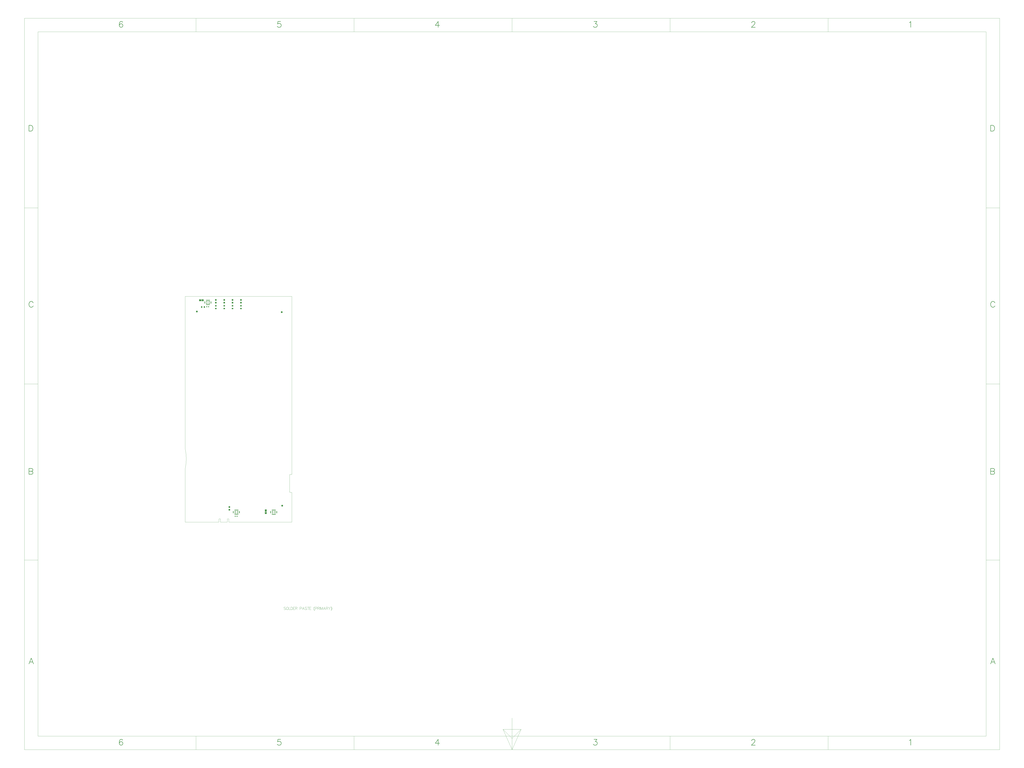
<source format=gtp>
G04*
G04 #@! TF.GenerationSoftware,Altium Limited,Altium Designer,20.2.6 (244)*
G04*
G04 Layer_Color=8421504*
%FSLAX43Y43*%
%MOMM*%
G71*
G04*
G04 #@! TF.SameCoordinates,3E902E38-8288-4ECE-AB23-8A7451E8E44E*
G04*
G04*
G04 #@! TF.FilePolarity,Positive*
G04*
G01*
G75*
%ADD10C,0.102*%
%ADD11C,0.025*%
%ADD12C,0.254*%
%ADD13R,0.950X0.400*%
%ADD14R,0.350X1.300*%
%ADD15R,2.300X0.350*%
%ADD16R,0.813X0.889*%
%ADD17C,0.152*%
%ADD18R,0.559X0.559*%
%ADD19R,0.787X0.813*%
%ADD20R,0.813X0.787*%
%ADD21C,1.016*%
G36*
X45847Y6191D02*
X45339Y5683D01*
X44831Y6191D01*
Y7112D01*
X45847D01*
Y6191D01*
D02*
G37*
G36*
Y4572D02*
X44831D01*
Y5933D01*
X45337Y5427D01*
X45479Y5569D01*
X45847Y5937D01*
Y4572D01*
D02*
G37*
G36*
X10414Y124333D02*
X9053D01*
X9559Y124839D01*
X9417Y124981D01*
X9049Y125349D01*
X10414D01*
Y124333D01*
D02*
G37*
G36*
X9303Y124841D02*
X8795Y124333D01*
X7874D01*
Y125349D01*
X8795D01*
X9303Y124841D01*
D02*
G37*
D10*
X56515Y-47970D02*
X56370Y-47825D01*
X56152Y-47752D01*
X55862D01*
X55644Y-47825D01*
X55499Y-47970D01*
Y-48115D01*
X55572Y-48260D01*
X55644Y-48333D01*
X55789Y-48405D01*
X56225Y-48550D01*
X56370Y-48623D01*
X56442Y-48696D01*
X56515Y-48841D01*
Y-49058D01*
X56370Y-49203D01*
X56152Y-49276D01*
X55862D01*
X55644Y-49203D01*
X55499Y-49058D01*
X57291Y-47752D02*
X57146Y-47825D01*
X57001Y-47970D01*
X56928Y-48115D01*
X56856Y-48333D01*
Y-48696D01*
X56928Y-48913D01*
X57001Y-49058D01*
X57146Y-49203D01*
X57291Y-49276D01*
X57581D01*
X57726Y-49203D01*
X57872Y-49058D01*
X57944Y-48913D01*
X58017Y-48696D01*
Y-48333D01*
X57944Y-48115D01*
X57872Y-47970D01*
X57726Y-47825D01*
X57581Y-47752D01*
X57291D01*
X58372D02*
Y-49276D01*
X59243D01*
X59410Y-47752D02*
Y-49276D01*
Y-47752D02*
X59918D01*
X60135Y-47825D01*
X60280Y-47970D01*
X60353Y-48115D01*
X60426Y-48333D01*
Y-48696D01*
X60353Y-48913D01*
X60280Y-49058D01*
X60135Y-49203D01*
X59918Y-49276D01*
X59410D01*
X61710Y-47752D02*
X60767D01*
Y-49276D01*
X61710D01*
X60767Y-48478D02*
X61347D01*
X61964Y-47752D02*
Y-49276D01*
Y-47752D02*
X62617D01*
X62834Y-47825D01*
X62907Y-47897D01*
X62980Y-48043D01*
Y-48188D01*
X62907Y-48333D01*
X62834Y-48405D01*
X62617Y-48478D01*
X61964D01*
X62472D02*
X62980Y-49276D01*
X64518Y-48550D02*
X65171D01*
X65388Y-48478D01*
X65461Y-48405D01*
X65533Y-48260D01*
Y-48043D01*
X65461Y-47897D01*
X65388Y-47825D01*
X65171Y-47752D01*
X64518D01*
Y-49276D01*
X67035D02*
X66455Y-47752D01*
X65874Y-49276D01*
X66092Y-48768D02*
X66818D01*
X68407Y-47970D02*
X68262Y-47825D01*
X68044Y-47752D01*
X67754D01*
X67536Y-47825D01*
X67391Y-47970D01*
Y-48115D01*
X67463Y-48260D01*
X67536Y-48333D01*
X67681Y-48405D01*
X68116Y-48550D01*
X68262Y-48623D01*
X68334Y-48696D01*
X68407Y-48841D01*
Y-49058D01*
X68262Y-49203D01*
X68044Y-49276D01*
X67754D01*
X67536Y-49203D01*
X67391Y-49058D01*
X69256Y-47752D02*
Y-49276D01*
X68748Y-47752D02*
X69763D01*
X70888D02*
X69945D01*
Y-49276D01*
X70888D01*
X69945Y-48478D02*
X70525D01*
X72847Y-47462D02*
X72702Y-47607D01*
X72557Y-47825D01*
X72412Y-48115D01*
X72339Y-48478D01*
Y-48768D01*
X72412Y-49131D01*
X72557Y-49421D01*
X72702Y-49639D01*
X72847Y-49784D01*
X72702Y-47607D02*
X72557Y-47897D01*
X72484Y-48115D01*
X72412Y-48478D01*
Y-48768D01*
X72484Y-49131D01*
X72557Y-49349D01*
X72702Y-49639D01*
X73137Y-48550D02*
X73790D01*
X74008Y-48478D01*
X74081Y-48405D01*
X74153Y-48260D01*
Y-48043D01*
X74081Y-47897D01*
X74008Y-47825D01*
X73790Y-47752D01*
X73137D01*
Y-49276D01*
X74494Y-47752D02*
Y-49276D01*
Y-47752D02*
X75147D01*
X75365Y-47825D01*
X75437Y-47897D01*
X75510Y-48043D01*
Y-48188D01*
X75437Y-48333D01*
X75365Y-48405D01*
X75147Y-48478D01*
X74494D01*
X75002D02*
X75510Y-49276D01*
X75851Y-47752D02*
Y-49276D01*
X76170Y-47752D02*
Y-49276D01*
Y-47752D02*
X76751Y-49276D01*
X77331Y-47752D02*
X76751Y-49276D01*
X77331Y-47752D02*
Y-49276D01*
X78927D02*
X78347Y-47752D01*
X77766Y-49276D01*
X77984Y-48768D02*
X78710D01*
X79283Y-47752D02*
Y-49276D01*
Y-47752D02*
X79936D01*
X80153Y-47825D01*
X80226Y-47897D01*
X80299Y-48043D01*
Y-48188D01*
X80226Y-48333D01*
X80153Y-48405D01*
X79936Y-48478D01*
X79283D01*
X79791D02*
X80299Y-49276D01*
X80640Y-47752D02*
X81220Y-48478D01*
Y-49276D01*
X81801Y-47752D02*
X81220Y-48478D01*
X81996Y-47462D02*
X82142Y-47607D01*
X82287Y-47825D01*
X82432Y-48115D01*
X82504Y-48478D01*
Y-48768D01*
X82432Y-49131D01*
X82287Y-49421D01*
X82142Y-49639D01*
X81996Y-49784D01*
X82142Y-47607D02*
X82287Y-47897D01*
X82359Y-48115D01*
X82432Y-48478D01*
Y-48768D01*
X82359Y-49131D01*
X82287Y-49349D01*
X82142Y-49639D01*
D11*
X59746Y26797D02*
G03*
X60000Y27051I0J254D01*
G01*
X0Y29845D02*
G03*
X0Y41402I-25591J5779D01*
G01*
X60000Y16510D02*
G03*
X59746Y16764I-254J0D01*
G01*
X58713Y17018D02*
G03*
X58967Y16764I254J0D01*
G01*
Y26797D02*
G03*
X58713Y26543I0J-254D01*
G01*
X-90424Y-128016D02*
Y283464D01*
X458216D01*
Y-128016D02*
Y283464D01*
X-90424Y-128016D02*
X458216D01*
X183896Y275844D02*
Y283464D01*
Y-128016D02*
X188976Y-116586D01*
X178816D02*
X188976D01*
X178816D02*
X183896Y-128016D01*
Y-110236D01*
Y-121666D02*
X188976Y-116586D01*
X178816D02*
X183896Y-121666D01*
X450596Y176784D02*
X458216D01*
X450596Y77724D02*
X458216D01*
X450596Y-21336D02*
X458216D01*
X361696Y-128016D02*
Y-120396D01*
X272796Y-128016D02*
Y-120396D01*
X183896Y-128016D02*
Y-120396D01*
X94996Y-128016D02*
Y-120396D01*
X6096Y-128016D02*
Y-120396D01*
X361696Y275844D02*
Y283464D01*
X272796Y275844D02*
Y283464D01*
X94996Y275844D02*
Y283464D01*
X6096Y275844D02*
Y283464D01*
X-90424Y176784D02*
X-82804D01*
X-90424Y77724D02*
X-82804D01*
X-90424Y-21336D02*
X-82804D01*
X326136Y-120396D02*
X450596D01*
Y123444D01*
X-82804Y275844D02*
X450596D01*
Y82804D02*
Y275844D01*
Y123444D02*
Y219964D01*
X-82804Y-120396D02*
X326136D01*
X-82804D02*
Y275844D01*
X-90424Y-21336D02*
X-82804D01*
X450596Y77724D02*
X458216D01*
X361696Y275844D02*
Y283464D01*
X-90424Y176784D02*
X-82804D01*
X6096Y-128016D02*
Y-120396D01*
X450596Y-21336D02*
X458216D01*
X326136Y-120396D02*
X450596D01*
Y123444D01*
X-90424Y-128016D02*
Y283464D01*
X458216D01*
Y-128016D02*
Y283464D01*
X-90424Y-128016D02*
X458216D01*
X272796D02*
Y-120396D01*
X-82804D02*
Y275844D01*
X183896Y-128016D02*
Y-120396D01*
Y-121666D02*
X188976Y-116586D01*
X178816D02*
X183896Y-121666D01*
Y-128016D02*
X188976Y-116586D01*
X178816D02*
X188976D01*
X178816D02*
X183896Y-128016D01*
Y-110236D01*
X361696Y-128016D02*
Y-120396D01*
X-90424Y77724D02*
X-82804D01*
X272796Y275844D02*
Y283464D01*
X450596Y176784D02*
X458216D01*
X94996Y275844D02*
Y283464D01*
X183896Y275844D02*
Y283464D01*
X450596Y123444D02*
Y219964D01*
X-82804Y275844D02*
X450596D01*
Y82804D02*
Y275844D01*
X6096D02*
Y283464D01*
X-82804Y-120396D02*
X326136D01*
X94996Y-128016D02*
Y-120396D01*
X0Y41402D02*
Y127000D01*
X60000D01*
Y27051D02*
Y127000D01*
Y27051D02*
Y127000D01*
X0D02*
X60000D01*
X0Y41402D02*
Y127000D01*
Y0D02*
Y29845D01*
Y0D02*
X18917D01*
Y1785D01*
X19017Y1885D01*
X19667D01*
X19767Y1785D01*
Y0D02*
Y1785D01*
Y0D02*
X23667D01*
Y1785D01*
X23767Y1885D01*
X24417D01*
X24517Y1785D01*
Y0D02*
Y1785D01*
Y0D02*
X60000D01*
Y16510D01*
X58967Y16764D02*
X59746D01*
X58713Y17018D02*
Y26543D01*
X58967Y26797D02*
X59746D01*
X58967D02*
X59746D01*
D12*
X453136Y223265D02*
Y219964D01*
Y223265D02*
X454236D01*
X454708Y223108D01*
X455022Y222794D01*
X455180Y222479D01*
X455337Y222008D01*
Y221222D01*
X455180Y220750D01*
X455022Y220436D01*
X454708Y220121D01*
X454236Y219964D01*
X453136D01*
X455494Y123419D02*
X455337Y123734D01*
X455022Y124048D01*
X454708Y124205D01*
X454079D01*
X453765Y124048D01*
X453450Y123734D01*
X453293Y123419D01*
X453136Y122948D01*
Y122162D01*
X453293Y121690D01*
X453450Y121376D01*
X453765Y121061D01*
X454079Y120904D01*
X454708D01*
X455022Y121061D01*
X455337Y121376D01*
X455494Y121690D01*
X453136Y30225D02*
Y26924D01*
Y30225D02*
X454551D01*
X455022Y30068D01*
X455180Y29911D01*
X455337Y29596D01*
Y29282D01*
X455180Y28968D01*
X455022Y28810D01*
X454551Y28653D01*
X453136D02*
X454551D01*
X455022Y28496D01*
X455180Y28339D01*
X455337Y28024D01*
Y27553D01*
X455180Y27238D01*
X455022Y27081D01*
X454551Y26924D01*
X453136D01*
X455651Y-79756D02*
X454394Y-76455D01*
X453136Y-79756D01*
X453608Y-78656D02*
X455180D01*
X407416Y-122804D02*
X407730Y-122646D01*
X408202Y-122175D01*
Y-125476D01*
X318673Y-122961D02*
Y-122804D01*
X318830Y-122489D01*
X318988Y-122332D01*
X319302Y-122175D01*
X319931D01*
X320245Y-122332D01*
X320402Y-122489D01*
X320560Y-122804D01*
Y-123118D01*
X320402Y-123432D01*
X320088Y-123904D01*
X318516Y-125476D01*
X320717D01*
X229930Y-122175D02*
X231660D01*
X230716Y-123432D01*
X231188D01*
X231502Y-123590D01*
X231660Y-123747D01*
X231817Y-124218D01*
Y-124533D01*
X231660Y-125004D01*
X231345Y-125319D01*
X230874Y-125476D01*
X230402D01*
X229930Y-125319D01*
X229773Y-125162D01*
X229616Y-124847D01*
X142288Y-122175D02*
X140716Y-124376D01*
X143074D01*
X142288Y-122175D02*
Y-125476D01*
X53702Y-122175D02*
X52130D01*
X51973Y-123590D01*
X52130Y-123432D01*
X52602Y-123275D01*
X53074D01*
X53545Y-123432D01*
X53860Y-123747D01*
X54017Y-124218D01*
Y-124533D01*
X53860Y-125004D01*
X53545Y-125319D01*
X53074Y-125476D01*
X52602D01*
X52130Y-125319D01*
X51973Y-125162D01*
X51816Y-124847D01*
X-35198Y-122646D02*
X-35355Y-122332D01*
X-35826Y-122175D01*
X-36141D01*
X-36612Y-122332D01*
X-36927Y-122804D01*
X-37084Y-123590D01*
Y-124376D01*
X-36927Y-125004D01*
X-36612Y-125319D01*
X-36141Y-125476D01*
X-35984D01*
X-35512Y-125319D01*
X-35198Y-125004D01*
X-35040Y-124533D01*
Y-124376D01*
X-35198Y-123904D01*
X-35512Y-123590D01*
X-35984Y-123432D01*
X-36141D01*
X-36612Y-123590D01*
X-36927Y-123904D01*
X-37084Y-124376D01*
X407416Y281056D02*
X407730Y281214D01*
X408202Y281685D01*
Y278384D01*
X318673Y280899D02*
Y281056D01*
X318830Y281371D01*
X318988Y281528D01*
X319302Y281685D01*
X319931D01*
X320245Y281528D01*
X320402Y281371D01*
X320560Y281056D01*
Y280742D01*
X320402Y280428D01*
X320088Y279956D01*
X318516Y278384D01*
X320717D01*
X229930Y281685D02*
X231660D01*
X230716Y280428D01*
X231188D01*
X231502Y280270D01*
X231660Y280113D01*
X231817Y279642D01*
Y279327D01*
X231660Y278856D01*
X231345Y278541D01*
X230874Y278384D01*
X230402D01*
X229930Y278541D01*
X229773Y278698D01*
X229616Y279013D01*
X142288Y281685D02*
X140716Y279484D01*
X143074D01*
X142288Y281685D02*
Y278384D01*
X53702Y281685D02*
X52130D01*
X51973Y280270D01*
X52130Y280428D01*
X52602Y280585D01*
X53074D01*
X53545Y280428D01*
X53860Y280113D01*
X54017Y279642D01*
Y279327D01*
X53860Y278856D01*
X53545Y278541D01*
X53074Y278384D01*
X52602D01*
X52130Y278541D01*
X51973Y278698D01*
X51816Y279013D01*
X-35198Y281214D02*
X-35355Y281528D01*
X-35826Y281685D01*
X-36141D01*
X-36612Y281528D01*
X-36927Y281056D01*
X-37084Y280270D01*
Y279484D01*
X-36927Y278856D01*
X-36612Y278541D01*
X-36141Y278384D01*
X-35984D01*
X-35512Y278541D01*
X-35198Y278856D01*
X-35040Y279327D01*
Y279484D01*
X-35198Y279956D01*
X-35512Y280270D01*
X-35984Y280428D01*
X-36141D01*
X-36612Y280270D01*
X-36927Y279956D01*
X-37084Y279484D01*
X-85369Y-79756D02*
X-86626Y-76455D01*
X-87884Y-79756D01*
X-87412Y-78656D02*
X-85840D01*
X-87884Y30225D02*
Y26924D01*
Y30225D02*
X-86469D01*
X-85998Y30068D01*
X-85840Y29911D01*
X-85683Y29596D01*
Y29282D01*
X-85840Y28968D01*
X-85998Y28810D01*
X-86469Y28653D01*
X-87884D02*
X-86469D01*
X-85998Y28496D01*
X-85840Y28339D01*
X-85683Y28024D01*
Y27553D01*
X-85840Y27238D01*
X-85998Y27081D01*
X-86469Y26924D01*
X-87884D01*
X-85526Y123419D02*
X-85683Y123734D01*
X-85998Y124048D01*
X-86312Y124205D01*
X-86941D01*
X-87255Y124048D01*
X-87570Y123734D01*
X-87727Y123419D01*
X-87884Y122948D01*
Y122162D01*
X-87727Y121690D01*
X-87570Y121376D01*
X-87255Y121061D01*
X-86941Y120904D01*
X-86312D01*
X-85998Y121061D01*
X-85683Y121376D01*
X-85526Y121690D01*
X-87884Y223265D02*
Y219964D01*
Y223265D02*
X-86784D01*
X-86312Y223108D01*
X-85998Y222794D01*
X-85840Y222479D01*
X-85683Y222008D01*
Y221222D01*
X-85840Y220750D01*
X-85998Y220436D01*
X-86312Y220121D01*
X-86784Y219964D01*
X-87884D01*
X-85369Y-79756D02*
X-86626Y-76455D01*
X-87884Y-79756D01*
X-87412Y-78656D02*
X-85840D01*
X453136Y223265D02*
Y219964D01*
Y223265D02*
X454236D01*
X454708Y223108D01*
X455022Y222794D01*
X455180Y222479D01*
X455337Y222008D01*
Y221222D01*
X455180Y220750D01*
X455022Y220436D01*
X454708Y220121D01*
X454236Y219964D01*
X453136D01*
X-85526Y123419D02*
X-85683Y123734D01*
X-85998Y124048D01*
X-86312Y124205D01*
X-86941D01*
X-87255Y124048D01*
X-87570Y123734D01*
X-87727Y123419D01*
X-87884Y122948D01*
Y122162D01*
X-87727Y121690D01*
X-87570Y121376D01*
X-87255Y121061D01*
X-86941Y120904D01*
X-86312D01*
X-85998Y121061D01*
X-85683Y121376D01*
X-85526Y121690D01*
X407416Y281056D02*
X407730Y281214D01*
X408202Y281685D01*
Y278384D01*
X53702Y-122175D02*
X52130D01*
X51973Y-123590D01*
X52130Y-123432D01*
X52602Y-123275D01*
X53074D01*
X53545Y-123432D01*
X53860Y-123747D01*
X54017Y-124218D01*
Y-124533D01*
X53860Y-125004D01*
X53545Y-125319D01*
X53074Y-125476D01*
X52602D01*
X52130Y-125319D01*
X51973Y-125162D01*
X51816Y-124847D01*
X455494Y123419D02*
X455337Y123734D01*
X455022Y124048D01*
X454708Y124205D01*
X454079D01*
X453765Y124048D01*
X453450Y123734D01*
X453293Y123419D01*
X453136Y122948D01*
Y122162D01*
X453293Y121690D01*
X453450Y121376D01*
X453765Y121061D01*
X454079Y120904D01*
X454708D01*
X455022Y121061D01*
X455337Y121376D01*
X455494Y121690D01*
X142288Y-122175D02*
X140716Y-124376D01*
X143074D01*
X142288Y-122175D02*
Y-125476D01*
X318673Y280899D02*
Y281056D01*
X318830Y281371D01*
X318988Y281528D01*
X319302Y281685D01*
X319931D01*
X320245Y281528D01*
X320402Y281371D01*
X320560Y281056D01*
Y280742D01*
X320402Y280428D01*
X320088Y279956D01*
X318516Y278384D01*
X320717D01*
X-35198Y281214D02*
X-35355Y281528D01*
X-35826Y281685D01*
X-36141D01*
X-36612Y281528D01*
X-36927Y281056D01*
X-37084Y280270D01*
Y279484D01*
X-36927Y278856D01*
X-36612Y278541D01*
X-36141Y278384D01*
X-35984D01*
X-35512Y278541D01*
X-35198Y278856D01*
X-35040Y279327D01*
Y279484D01*
X-35198Y279956D01*
X-35512Y280270D01*
X-35984Y280428D01*
X-36141D01*
X-36612Y280270D01*
X-36927Y279956D01*
X-37084Y279484D01*
X-87884Y223265D02*
Y219964D01*
Y223265D02*
X-86784D01*
X-86312Y223108D01*
X-85998Y222794D01*
X-85840Y222479D01*
X-85683Y222008D01*
Y221222D01*
X-85840Y220750D01*
X-85998Y220436D01*
X-86312Y220121D01*
X-86784Y219964D01*
X-87884D01*
X53702Y281685D02*
X52130D01*
X51973Y280270D01*
X52130Y280428D01*
X52602Y280585D01*
X53074D01*
X53545Y280428D01*
X53860Y280113D01*
X54017Y279642D01*
Y279327D01*
X53860Y278856D01*
X53545Y278541D01*
X53074Y278384D01*
X52602D01*
X52130Y278541D01*
X51973Y278698D01*
X51816Y279013D01*
X-35198Y-122646D02*
X-35355Y-122332D01*
X-35826Y-122175D01*
X-36141D01*
X-36612Y-122332D01*
X-36927Y-122804D01*
X-37084Y-123590D01*
Y-124376D01*
X-36927Y-125004D01*
X-36612Y-125319D01*
X-36141Y-125476D01*
X-35984D01*
X-35512Y-125319D01*
X-35198Y-125004D01*
X-35040Y-124533D01*
Y-124376D01*
X-35198Y-123904D01*
X-35512Y-123590D01*
X-35984Y-123432D01*
X-36141D01*
X-36612Y-123590D01*
X-36927Y-123904D01*
X-37084Y-124376D01*
X229930Y-122175D02*
X231660D01*
X230716Y-123432D01*
X231188D01*
X231502Y-123590D01*
X231660Y-123747D01*
X231817Y-124218D01*
Y-124533D01*
X231660Y-125004D01*
X231345Y-125319D01*
X230874Y-125476D01*
X230402D01*
X229930Y-125319D01*
X229773Y-125162D01*
X229616Y-124847D01*
X453136Y30225D02*
Y26924D01*
Y30225D02*
X454551D01*
X455022Y30068D01*
X455180Y29911D01*
X455337Y29596D01*
Y29282D01*
X455180Y28968D01*
X455022Y28810D01*
X454551Y28653D01*
X453136D02*
X454551D01*
X455022Y28496D01*
X455180Y28339D01*
X455337Y28024D01*
Y27553D01*
X455180Y27238D01*
X455022Y27081D01*
X454551Y26924D01*
X453136D01*
X229930Y281685D02*
X231660D01*
X230716Y280428D01*
X231188D01*
X231502Y280270D01*
X231660Y280113D01*
X231817Y279642D01*
Y279327D01*
X231660Y278856D01*
X231345Y278541D01*
X230874Y278384D01*
X230402D01*
X229930Y278541D01*
X229773Y278698D01*
X229616Y279013D01*
X455651Y-79756D02*
X454394Y-76455D01*
X453136Y-79756D01*
X453608Y-78656D02*
X455180D01*
X-87884Y30225D02*
Y26924D01*
Y30225D02*
X-86469D01*
X-85998Y30068D01*
X-85840Y29911D01*
X-85683Y29596D01*
Y29282D01*
X-85840Y28968D01*
X-85998Y28810D01*
X-86469Y28653D01*
X-87884D02*
X-86469D01*
X-85998Y28496D01*
X-85840Y28339D01*
X-85683Y28024D01*
Y27553D01*
X-85840Y27238D01*
X-85998Y27081D01*
X-86469Y26924D01*
X-87884D01*
X407416Y-122804D02*
X407730Y-122646D01*
X408202Y-122175D01*
Y-125476D01*
X142288Y281685D02*
X140716Y279484D01*
X143074D01*
X142288Y281685D02*
Y278384D01*
X318673Y-122961D02*
Y-122804D01*
X318830Y-122489D01*
X318988Y-122332D01*
X319302Y-122175D01*
X319931D01*
X320245Y-122332D01*
X320402Y-122489D01*
X320560Y-122804D01*
Y-123118D01*
X320402Y-123432D01*
X320088Y-123904D01*
X318516Y-125476D01*
X320717D01*
D13*
X28155Y5165D02*
D03*
Y6065D02*
D03*
X29505Y5165D02*
D03*
Y6065D02*
D03*
X49156Y5163D02*
D03*
Y6063D02*
D03*
X50506Y5163D02*
D03*
Y6063D02*
D03*
X12152Y123146D02*
D03*
Y124046D02*
D03*
X13502Y123146D02*
D03*
Y124046D02*
D03*
D14*
X27105Y5615D02*
D03*
X30555D02*
D03*
X48106Y5613D02*
D03*
X51556D02*
D03*
X11102Y123596D02*
D03*
X14552D02*
D03*
D15*
X28830Y4390D02*
D03*
Y6840D02*
D03*
X49831Y4388D02*
D03*
Y6838D02*
D03*
X12827Y122371D02*
D03*
Y124821D02*
D03*
D16*
X21971Y123444D02*
D03*
Y124968D02*
D03*
X17272D02*
D03*
Y123444D02*
D03*
X24892Y8509D02*
D03*
Y6985D02*
D03*
X26670Y124968D02*
D03*
Y123444D02*
D03*
X31369Y124968D02*
D03*
Y123444D02*
D03*
D17*
X9906Y124841D02*
D03*
X8382D02*
D03*
X45339Y5080D02*
D03*
Y6604D02*
D03*
D18*
X13208Y121158D02*
D03*
X12192D02*
D03*
X29210Y3302D02*
D03*
X28194D02*
D03*
D19*
X10795Y121031D02*
D03*
X9271D02*
D03*
D20*
X26670Y121666D02*
D03*
Y120142D02*
D03*
X31369Y121666D02*
D03*
Y120142D02*
D03*
X17272Y121666D02*
D03*
Y120142D02*
D03*
X21971Y121666D02*
D03*
Y120142D02*
D03*
D21*
X54610Y9271D02*
D03*
X6604Y118491D02*
D03*
X54356Y118110D02*
D03*
M02*

</source>
